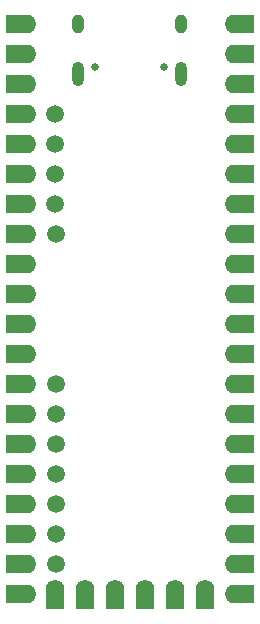
<source format=gbs>
G04 #@! TF.GenerationSoftware,KiCad,Pcbnew,6.0.1-79c1e3a40b~116~ubuntu20.04.1*
G04 #@! TF.CreationDate,2022-07-08T20:10:08+02:00*
G04 #@! TF.ProjectId,microcontroller_mini,6d696372-6f63-46f6-9e74-726f6c6c6572,rev?*
G04 #@! TF.SameCoordinates,Original*
G04 #@! TF.FileFunction,Soldermask,Bot*
G04 #@! TF.FilePolarity,Negative*
%FSLAX46Y46*%
G04 Gerber Fmt 4.6, Leading zero omitted, Abs format (unit mm)*
G04 Created by KiCad (PCBNEW 6.0.1-79c1e3a40b~116~ubuntu20.04.1) date 2022-07-08 20:10:08*
%MOMM*%
%LPD*%
G01*
G04 APERTURE LIST*
%ADD10O,2.400000X1.600000*%
%ADD11R,1.000000X1.600000*%
%ADD12R,1.600000X1.000000*%
%ADD13O,1.600000X2.400000*%
%ADD14C,1.500000*%
%ADD15O,1.000000X1.600000*%
%ADD16O,1.000000X2.100000*%
%ADD17C,0.650000*%
G04 APERTURE END LIST*
D10*
X104860978Y-50810000D03*
D11*
X105660978Y-50810000D03*
D10*
X104860978Y-53350000D03*
D11*
X105660978Y-53350000D03*
X105660978Y-55890000D03*
D10*
X104860978Y-55890000D03*
D11*
X105660978Y-58430000D03*
D10*
X104860978Y-58430000D03*
D11*
X105660978Y-60970000D03*
D10*
X104860978Y-60970000D03*
X104860978Y-63510000D03*
D11*
X105660978Y-63510000D03*
X105660978Y-66050000D03*
D10*
X104860978Y-66050000D03*
X104860978Y-68590000D03*
D11*
X105660978Y-68590000D03*
X105660978Y-71130000D03*
D10*
X104860978Y-71130000D03*
X104860978Y-73670000D03*
D11*
X105660978Y-73670000D03*
D10*
X104860978Y-76210000D03*
D11*
X105660978Y-76210000D03*
D10*
X104860978Y-78750000D03*
D11*
X105660978Y-78750000D03*
D10*
X104860978Y-81290000D03*
D11*
X105660978Y-81290000D03*
X105660978Y-83830000D03*
D10*
X104860978Y-83830000D03*
D11*
X105660978Y-86370000D03*
D10*
X104860978Y-86370000D03*
X104860978Y-88910000D03*
D11*
X105660978Y-88910000D03*
X105660978Y-91450000D03*
D10*
X104860978Y-91450000D03*
X104860978Y-93990000D03*
D11*
X105660978Y-93990000D03*
D10*
X104860978Y-96530000D03*
D11*
X105660978Y-96530000D03*
X105660978Y-99070000D03*
D10*
X104860978Y-99070000D03*
D12*
X102010978Y-99810000D03*
D13*
X102010978Y-99010000D03*
X99470978Y-99010000D03*
D12*
X99470978Y-99810000D03*
X96930978Y-99810000D03*
D13*
X96930978Y-99010000D03*
D12*
X94390978Y-99810000D03*
D13*
X94390978Y-99010000D03*
D12*
X91850978Y-99810000D03*
D13*
X91850978Y-99010000D03*
D12*
X89310978Y-99810000D03*
D13*
X89310978Y-99010000D03*
D10*
X86460978Y-99070000D03*
D11*
X85660978Y-99070000D03*
D10*
X86460978Y-96530000D03*
D11*
X85660978Y-96530000D03*
X85660978Y-93990000D03*
D10*
X86460978Y-93990000D03*
X86460978Y-91450000D03*
D11*
X85660978Y-91450000D03*
D10*
X86460978Y-88910000D03*
D11*
X85660978Y-88910000D03*
D10*
X86460978Y-86370000D03*
D11*
X85660978Y-86370000D03*
D10*
X86460978Y-83830000D03*
D11*
X85660978Y-83830000D03*
D10*
X86460978Y-81290000D03*
D11*
X85660978Y-81290000D03*
X85660978Y-78750000D03*
D10*
X86460978Y-78750000D03*
X86460978Y-76210000D03*
D11*
X85660978Y-76210000D03*
X85660978Y-73670000D03*
D10*
X86460978Y-73670000D03*
D11*
X85660978Y-71130000D03*
D10*
X86460978Y-71130000D03*
D11*
X85660978Y-68590000D03*
D10*
X86460978Y-68590000D03*
D11*
X85660978Y-66050000D03*
D10*
X86460978Y-66050000D03*
D11*
X85660978Y-63510000D03*
D10*
X86460978Y-63510000D03*
D11*
X85660978Y-60970000D03*
D10*
X86460978Y-60970000D03*
D11*
X85660978Y-58430000D03*
D10*
X86460978Y-58430000D03*
X86460978Y-55890000D03*
D11*
X85660978Y-55890000D03*
D10*
X86460978Y-53350000D03*
D11*
X85660978Y-53350000D03*
X85660978Y-50810000D03*
D10*
X86460978Y-50810000D03*
D14*
X89400000Y-96530000D03*
X89400000Y-93990000D03*
X89400000Y-91450000D03*
X89400000Y-88910000D03*
X89400000Y-86370000D03*
X89400000Y-83830000D03*
X89400000Y-81290000D03*
X89300000Y-58430000D03*
X89300000Y-60970000D03*
X89300000Y-63510000D03*
X89300000Y-66050000D03*
X89400000Y-68590000D03*
D15*
X91280000Y-50790000D03*
D16*
X99920000Y-54970000D03*
D15*
X99920000Y-50790000D03*
D16*
X91280000Y-54970000D03*
D17*
X98490000Y-54440000D03*
X92710000Y-54440000D03*
M02*

</source>
